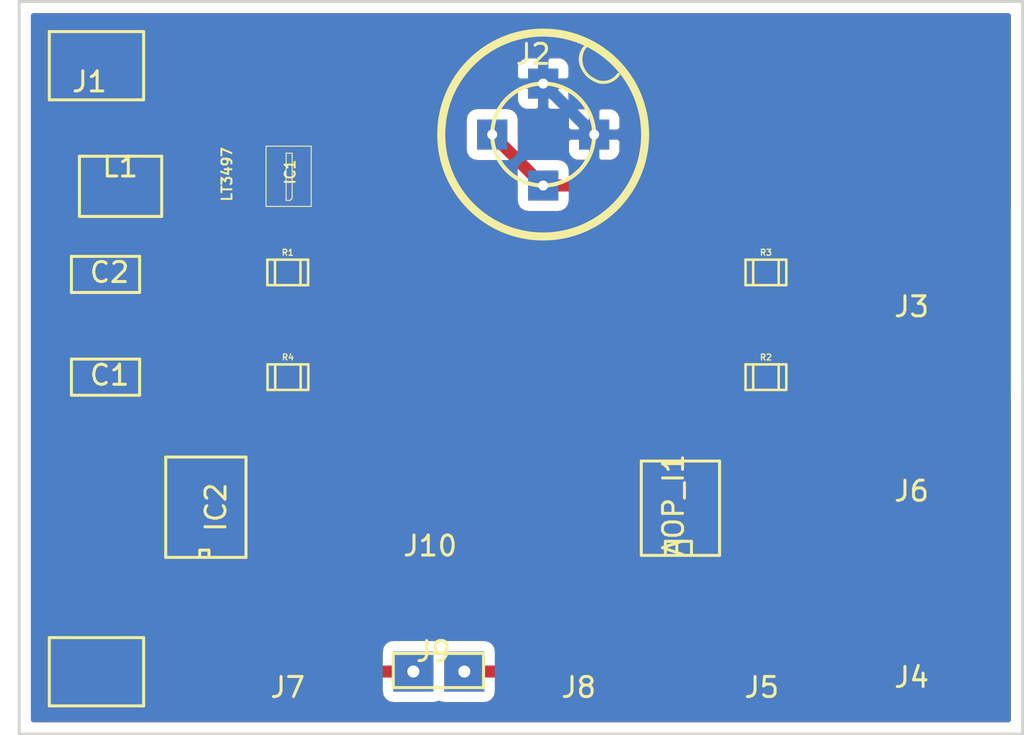
<source format=kicad_pcb>
(kicad_pcb (version 4) (host pcbnew 4.0.6)

  (general
    (links 35)
    (no_connects 0)
    (area 50.966667 52.424999 102.075001 89.075001)
    (thickness 1.6)
    (drawings 17)
    (tracks 87)
    (zones 0)
    (modules 20)
    (nets 21)
  )

  (page A4)
  (layers
    (0 F.Cu signal)
    (31 B.Cu signal)
    (32 B.Adhes user)
    (33 F.Adhes user)
    (34 B.Paste user)
    (35 F.Paste user)
    (36 B.SilkS user)
    (37 F.SilkS user)
    (38 B.Mask user)
    (39 F.Mask user)
    (40 Dwgs.User user)
    (41 Cmts.User user)
    (42 Eco1.User user)
    (43 Eco2.User user)
    (44 Edge.Cuts user)
    (45 Margin user)
    (46 B.CrtYd user)
    (47 F.CrtYd user)
    (48 B.Fab user)
    (49 F.Fab user)
  )

  (setup
    (last_trace_width 0.3)
    (trace_clearance 0.2)
    (zone_clearance 0.508)
    (zone_45_only no)
    (trace_min 0.2)
    (segment_width 0.2)
    (edge_width 0.15)
    (via_size 0.6)
    (via_drill 0.4)
    (via_min_size 0.4)
    (via_min_drill 0.3)
    (uvia_size 0.3)
    (uvia_drill 0.1)
    (uvias_allowed no)
    (uvia_min_size 0.2)
    (uvia_min_drill 0.1)
    (pcb_text_width 0.3)
    (pcb_text_size 1.5 1.5)
    (mod_edge_width 0.15)
    (mod_text_size 1 1)
    (mod_text_width 0.15)
    (pad_size 1.524 1.524)
    (pad_drill 0.762)
    (pad_to_mask_clearance 0.2)
    (aux_axis_origin 0 0)
    (visible_elements 7FFEFFFF)
    (pcbplotparams
      (layerselection 0x00030_80000001)
      (usegerberextensions false)
      (excludeedgelayer true)
      (linewidth 0.100000)
      (plotframeref false)
      (viasonmask false)
      (mode 1)
      (useauxorigin false)
      (hpglpennumber 1)
      (hpglpenspeed 20)
      (hpglpendiameter 15)
      (hpglpenoverlay 2)
      (psnegative false)
      (psa4output false)
      (plotreference true)
      (plotvalue true)
      (plotinvisibletext false)
      (padsonsilk false)
      (subtractmaskfromsilk false)
      (outputformat 1)
      (mirror false)
      (drillshape 0)
      (scaleselection 1)
      (outputdirectory ../PCB/))
  )

  (net 0 "")
  (net 1 "Net-(AOP_I1-Pad1)")
  (net 2 "Net-(AOP_I1-Pad2)")
  (net 3 Vseuil)
  (net 4 GND)
  (net 5 "Net-(AOP_I1-Pad8)")
  (net 6 +32V)
  (net 7 "Net-(AOP_I1-Pad5)")
  (net 8 "Net-(C1-Pad1)")
  (net 9 +5V)
  (net 10 "Net-(IC1-Pad5)")
  (net 11 "Net-(IC1-Pad6)")
  (net 12 "Net-(IC1-Pad7)")
  (net 13 "Net-(IC1-Pad9)")
  (net 14 "Net-(IC2-Pad4)")
  (net 15 "Net-(IC2-Pad3)")
  (net 16 "Net-(IC2-Pad2)")
  (net 17 "Net-(IC2-Pad1)")
  (net 18 "Net-(IC2-Pad5)")
  (net 19 "Net-(IC2-Pad7)")
  (net 20 "Net-(J3-Pad1)")

  (net_class Default "Ceci est la Netclass par défaut"
    (clearance 0.2)
    (trace_width 0.3)
    (via_dia 0.6)
    (via_drill 0.4)
    (uvia_dia 0.3)
    (uvia_drill 0.1)
    (add_net +32V)
    (add_net +5V)
    (add_net GND)
    (add_net "Net-(AOP_I1-Pad1)")
    (add_net "Net-(AOP_I1-Pad2)")
    (add_net "Net-(AOP_I1-Pad5)")
    (add_net "Net-(AOP_I1-Pad8)")
    (add_net "Net-(C1-Pad1)")
    (add_net "Net-(IC1-Pad5)")
    (add_net "Net-(IC1-Pad6)")
    (add_net "Net-(IC1-Pad7)")
    (add_net "Net-(IC1-Pad9)")
    (add_net "Net-(IC2-Pad1)")
    (add_net "Net-(IC2-Pad2)")
    (add_net "Net-(IC2-Pad3)")
    (add_net "Net-(IC2-Pad4)")
    (add_net "Net-(IC2-Pad5)")
    (add_net "Net-(IC2-Pad7)")
    (add_net "Net-(J3-Pad1)")
    (add_net Vseuil)
  )

  (module Lib_RADFET:REF200 locked (layer F.Cu) (tedit 58FD0F13) (tstamp 58FCF216)
    (at 59.3 80.2 90)
    (path /58E35375)
    (fp_text reference IC2 (at 2.5 2.5 270) (layer F.SilkS)
      (effects (font (size 1 1) (thickness 0.15)))
    )
    (fp_text value REF200 (at 2.5 1 90) (layer F.Fab)
      (effects (font (size 1 1) (thickness 0.15)))
    )
    (fp_line (start 0.02 2.16) (end 0.36 2.15) (layer F.SilkS) (width 0.15))
    (fp_line (start 0.36 2.15) (end 0.36 1.7) (layer F.SilkS) (width 0.15))
    (fp_line (start 0.36 1.7) (end 0.01 1.69) (layer F.SilkS) (width 0.15))
    (fp_line (start 5 0) (end 5 4) (layer F.SilkS) (width 0.15))
    (fp_line (start 5 4) (end 0 4) (layer F.SilkS) (width 0.15))
    (fp_line (start 0 4) (end 0 0) (layer F.SilkS) (width 0.15))
    (fp_line (start 0 0) (end 5 0) (layer F.SilkS) (width 0.15))
    (pad 4 smd rect (at 4.405 5 90) (size 0.51 1.1) (layers F.Cu F.Paste F.Mask)
      (net 14 "Net-(IC2-Pad4)"))
    (pad 3 smd rect (at 3.135 5 90) (size 0.51 1.1) (layers F.Cu F.Paste F.Mask)
      (net 15 "Net-(IC2-Pad3)"))
    (pad 2 smd rect (at 1.865 5 90) (size 0.51 1.1) (layers F.Cu F.Paste F.Mask)
      (net 16 "Net-(IC2-Pad2)"))
    (pad 1 smd rect (at 0.595 5 90) (size 0.51 1.1) (layers F.Cu F.Paste F.Mask)
      (net 17 "Net-(IC2-Pad1)"))
    (pad 5 smd rect (at 4.405 -1 90) (size 0.51 1.1) (layers F.Cu F.Paste F.Mask)
      (net 18 "Net-(IC2-Pad5)"))
    (pad 6 smd rect (at 3.135 -1 90) (size 0.51 1.1) (layers F.Cu F.Paste F.Mask)
      (net 4 GND))
    (pad 7 smd rect (at 1.865 -1 90) (size 0.51 1.1) (layers F.Cu F.Paste F.Mask)
      (net 19 "Net-(IC2-Pad7)"))
    (pad 8 smd rect (at 0.595 -1 90) (size 0.51 1.1) (layers F.Cu F.Paste F.Mask)
      (net 6 +32V))
  )

  (module Lib_RADFET:TO5_TF53 (layer F.Cu) (tedit 58FD04C7) (tstamp 58FCF231)
    (at 78.11 59.13)
    (path /58FCEEA7)
    (fp_text reference J2 (at -0.5 -4) (layer F.SilkS)
      (effects (font (size 1 1) (thickness 0.15)))
    )
    (fp_text value CONN_02X02 (at 0 0.5) (layer F.Fab)
      (effects (font (size 1 1) (thickness 0.15)))
    )
    (fp_arc (start 2.75 -3.75) (end 2 -3.25) (angle 90) (layer F.SilkS) (width 0.15))
    (fp_arc (start 3 -3.5) (end 3.75 -3) (angle 90) (layer F.SilkS) (width 0.15))
    (fp_arc (start 3 -3.75) (end 2.5 -2.75) (angle 90) (layer F.SilkS) (width 0.15))
    (fp_circle (center 0 0) (end -5.08 0) (layer F.SilkS) (width 0.4))
    (fp_circle (center 0 0) (end -2.54 0) (layer F.SilkS) (width 0.2))
    (pad 1 thru_hole rect (at -2.54 0) (size 1.5 1.5) (drill 0.5) (layers *.Cu *.Mask)
      (net 3 Vseuil))
    (pad 2 thru_hole rect (at 0 2.54) (size 1.5 1.5) (drill 0.5) (layers *.Cu *.Mask)
      (net 3 Vseuil))
    (pad 3 thru_hole rect (at 2.54 0) (size 1.5 1.5) (drill 0.5) (layers *.Cu *.Mask)
      (net 4 GND))
    (pad 4 thru_hole rect (at 0 -2.54) (size 1.5 1.5) (drill 0.5) (layers *.Cu *.Mask)
      (net 4 GND))
  )

  (module Lib_RADFET:S8 locked (layer F.Cu) (tedit 58FD130F) (tstamp 58FCF1D6)
    (at 87.6 79.6 90)
    (path /58FD2FB6)
    (fp_text reference AOP_I1 (at 2 -3 90) (layer F.SilkS)
      (effects (font (size 1 1) (thickness 0.15)))
    )
    (fp_text value LT1677 (at 2 -4 90) (layer F.Fab)
      (effects (font (size 1 1) (thickness 0.15)))
    )
    (fp_line (start -0.5 -3.4) (end 0.2 -3.4) (layer F.SilkS) (width 0.15))
    (fp_line (start 0.2 -3.4) (end 0.2 -2.1) (layer F.SilkS) (width 0.15))
    (fp_line (start 0.2 -2.1) (end -0.5 -2.1) (layer F.SilkS) (width 0.15))
    (fp_line (start -0.5 -0.7) (end 4.2 -0.7) (layer F.SilkS) (width 0.15))
    (fp_line (start 4.2 -0.7) (end 4.2 -4.6) (layer F.SilkS) (width 0.15))
    (fp_line (start 4.2 -4.6) (end -0.5 -4.6) (layer F.SilkS) (width 0.15))
    (fp_line (start -0.5 -4.6) (end -0.5 -0.7) (layer F.SilkS) (width 0.15))
    (pad 1 smd rect (at 0 0 90) (size 0.76 1.14) (layers F.Cu F.Paste F.Mask)
      (net 1 "Net-(AOP_I1-Pad1)"))
    (pad 2 smd rect (at 1.27 0 90) (size 0.76 1.14) (layers F.Cu F.Paste F.Mask)
      (net 2 "Net-(AOP_I1-Pad2)"))
    (pad 3 smd rect (at 2.54 0 90) (size 0.76 1.14) (layers F.Cu F.Paste F.Mask)
      (net 3 Vseuil))
    (pad 4 smd rect (at 3.81 0 90) (size 0.76 1.14) (layers F.Cu F.Paste F.Mask)
      (net 4 GND))
    (pad 8 smd rect (at 0 -5.21 90) (size 0.76 1.14) (layers F.Cu F.Paste F.Mask)
      (net 5 "Net-(AOP_I1-Pad8)"))
    (pad 7 smd rect (at 1.27 -5.21 90) (size 0.76 1.14) (layers F.Cu F.Paste F.Mask)
      (net 6 +32V))
    (pad 6 smd rect (at 2.54 -5.21 90) (size 0.76 1.14) (layers F.Cu F.Paste F.Mask)
      (net 2 "Net-(AOP_I1-Pad2)"))
    (pad 5 smd rect (at 3.81 -5.21 90) (size 0.76 1.14) (layers F.Cu F.Paste F.Mask)
      (net 7 "Net-(AOP_I1-Pad5)"))
  )

  (module Lib_RADFET:Capa_1µF_1206 locked (layer F.Cu) (tedit 58FD05B1) (tstamp 58FCF1E0)
    (at 58 72.12 180)
    (path /58E35E6D)
    (fp_text reference C1 (at 1.5 1 180) (layer F.SilkS)
      (effects (font (size 1 1) (thickness 0.15)))
    )
    (fp_text value "1 uF" (at 2 1 180) (layer F.Fab)
      (effects (font (size 1 1) (thickness 0.15)))
    )
    (fp_line (start 0 0) (end 3.4 0) (layer F.SilkS) (width 0.15))
    (fp_line (start 3.4 0) (end 3.4 1.8) (layer F.SilkS) (width 0.15))
    (fp_line (start 3.4 1.8) (end 0 1.8) (layer F.SilkS) (width 0.15))
    (fp_line (start 0 1.8) (end 0 0) (layer F.SilkS) (width 0.15))
    (pad 2 smd rect (at 3 0.9 180) (size 0.75 1.8) (layers F.Cu F.Paste F.Mask)
      (net 4 GND))
    (pad 1 smd rect (at 0.4 0.9 180) (size 0.75 1.8) (layers F.Cu F.Paste F.Mask)
      (net 8 "Net-(C1-Pad1)"))
  )

  (module Lib_RADFET:Capa_1µF_1206 locked (layer F.Cu) (tedit 58FD1949) (tstamp 58FCF1EA)
    (at 58 67 180)
    (path /58FCD1B6)
    (fp_text reference C2 (at 1.5 1 180) (layer F.SilkS)
      (effects (font (size 1 1) (thickness 0.15)))
    )
    (fp_text value "1 uF" (at 1.5 2.5 180) (layer F.Fab)
      (effects (font (size 1 1) (thickness 0.15)))
    )
    (fp_line (start 0 0) (end 3.4 0) (layer F.SilkS) (width 0.15))
    (fp_line (start 3.4 0) (end 3.4 1.8) (layer F.SilkS) (width 0.15))
    (fp_line (start 3.4 1.8) (end 0 1.8) (layer F.SilkS) (width 0.15))
    (fp_line (start 0 1.8) (end 0 0) (layer F.SilkS) (width 0.15))
    (pad 2 smd rect (at 3 0.9 180) (size 0.75 1.8) (layers F.Cu F.Paste F.Mask)
      (net 4 GND))
    (pad 1 smd rect (at 0.4 0.9 180) (size 0.75 1.8) (layers F.Cu F.Paste F.Mask)
      (net 9 +5V))
  )

  (module Lib_RADFET:LT3497 locked (layer F.Cu) (tedit 58FD20F3) (tstamp 58FCF203)
    (at 66.35 62.21 90)
    (path /58E3530C)
    (fp_text reference IC1 (at 1.21 -0.85 90) (layer F.SilkS)
      (effects (font (size 0.5 0.5) (thickness 0.1)))
    )
    (fp_text value LT3497 (at 1.1 -4 90) (layer F.SilkS)
      (effects (font (size 0.5 0.5) (thickness 0.1)))
    )
    (fp_line (start -0.5 -2.05) (end -0.5 -1.8) (layer F.SilkS) (width 0.05))
    (fp_line (start 2.5 -2.05) (end 2.5 -1.8) (layer F.SilkS) (width 0.05))
    (fp_line (start -0.2 -1.05) (end -0.2 -0.85) (layer F.SilkS) (width 0.05))
    (fp_line (start -0.2 -0.85) (end -0.1 -0.75) (layer F.SilkS) (width 0.05))
    (fp_line (start -0.1 -0.75) (end 2.15 -0.75) (layer F.SilkS) (width 0.05))
    (fp_line (start 2.15 -0.75) (end 2.15 -1.05) (layer F.SilkS) (width 0.05))
    (fp_line (start 2.15 -1.05) (end -0.2 -1.05) (layer F.SilkS) (width 0.05))
    (fp_line (start 2.5 0.2) (end 2.5 -1.8) (layer F.SilkS) (width 0.05))
    (fp_line (start 2.5 -2.05) (end -0.5 -2.05) (layer F.SilkS) (width 0.05))
    (fp_line (start -0.5 -1.8) (end -0.5 0.2) (layer F.SilkS) (width 0.05))
    (fp_line (start -0.5 0.2) (end 2.5 0.2) (layer F.SilkS) (width 0.05))
    (pad 1 smd rect (at 0 0 90) (size 0.25 0.7) (layers F.Cu F.Paste F.Mask)
      (net 6 +32V))
    (pad 2 smd rect (at 0.5 0 90) (size 0.25 0.7) (layers F.Cu F.Paste F.Mask)
      (net 9 +5V))
    (pad 3 smd rect (at 1 0 90) (size 0.25 0.7) (layers F.Cu F.Paste F.Mask)
      (net 4 GND))
    (pad 4 smd rect (at 1.5 0 90) (size 0.25 0.7) (layers F.Cu F.Paste F.Mask)
      (net 4 GND))
    (pad 5 smd rect (at 2 0 90) (size 0.25 0.7) (layers F.Cu F.Paste F.Mask)
      (net 10 "Net-(IC1-Pad5)"))
    (pad 6 smd rect (at 2 -1.85 90) (size 0.25 0.7) (layers F.Cu F.Paste F.Mask)
      (net 11 "Net-(IC1-Pad6)"))
    (pad 7 smd rect (at 1.5 -1.85 90) (size 0.25 0.7) (layers F.Cu F.Paste F.Mask)
      (net 12 "Net-(IC1-Pad7)"))
    (pad 8 smd rect (at 1 -1.85 90) (size 0.25 0.7) (layers F.Cu F.Paste F.Mask)
      (net 9 +5V))
    (pad 9 smd rect (at 0.5 -1.85 90) (size 0.25 0.7) (layers F.Cu F.Paste F.Mask)
      (net 13 "Net-(IC1-Pad9)"))
    (pad 10 smd rect (at 0 -1.85 90) (size 0.25 0.7) (layers F.Cu F.Paste F.Mask)
      (net 8 "Net-(C1-Pad1)"))
  )

  (module Lib_RADFET:Bornier_Alim locked (layer F.Cu) (tedit 58FD03D3) (tstamp 58FCF224)
    (at 53.5 54)
    (path /58E3541B)
    (fp_text reference J1 (at 2 2.5) (layer F.SilkS)
      (effects (font (size 1 1) (thickness 0.15)))
    )
    (fp_text value CONN_02X01 (at 2.5 1) (layer F.Fab)
      (effects (font (size 1 1) (thickness 0.15)))
    )
    (fp_line (start 0 30.2) (end 4.7 30.2) (layer F.SilkS) (width 0.15))
    (fp_line (start 4.7 30.2) (end 4.7 33.6) (layer F.SilkS) (width 0.15))
    (fp_line (start 4.7 33.6) (end 0 33.6) (layer F.SilkS) (width 0.15))
    (fp_line (start 0 33.6) (end 0 30.2) (layer F.SilkS) (width 0.15))
    (fp_line (start 0 0) (end 0 3.4) (layer F.SilkS) (width 0.15))
    (fp_line (start 0 3.4) (end 4.7 3.4) (layer F.SilkS) (width 0.15))
    (fp_line (start 4.7 3.4) (end 4.7 0) (layer F.SilkS) (width 0.15))
    (fp_line (start 4.7 0) (end 0 0) (layer F.SilkS) (width 0.15))
    (pad 1 smd rect (at 2.35 1.7) (size 4.7 3.4) (layers F.Cu F.Paste F.Mask)
      (net 9 +5V))
    (pad 2 smd rect (at 2.35 31.89) (size 4.7 3.4) (layers F.Cu F.Paste F.Mask)
      (net 4 GND))
  )

  (module Lib_RADFET:Pt_de_test_5016 locked (layer F.Cu) (tedit 58FD0288) (tstamp 58FCF236)
    (at 93.97 65.21)
    (path /58E4FDC3)
    (fp_text reference J3 (at 2.5 2.5) (layer F.SilkS)
      (effects (font (size 1 1) (thickness 0.15)))
    )
    (fp_text value CONN_01X01 (at 2 0.5) (layer F.Fab)
      (effects (font (size 1 1) (thickness 0.15)))
    )
    (pad 1 smd rect (at 2.35 1.7) (size 4.7 3.4) (layers F.Cu F.Paste F.Mask)
      (net 20 "Net-(J3-Pad1)"))
  )

  (module Lib_RADFET:Pt_de_test_5016 locked (layer F.Cu) (tedit 58FD0392) (tstamp 58FCF23B)
    (at 93.97 84.18)
    (path /58E508E7)
    (fp_text reference J4 (at 2.5 2) (layer F.SilkS)
      (effects (font (size 1 1) (thickness 0.15)))
    )
    (fp_text value CONN_01X01 (at 2 0.5) (layer F.Fab)
      (effects (font (size 1 1) (thickness 0.15)))
    )
    (pad 1 smd rect (at 2.35 1.7) (size 4.7 3.4) (layers F.Cu F.Paste F.Mask)
      (net 4 GND))
  )

  (module Lib_RADFET:Pt_de_test_5016 locked (layer F.Cu) (tedit 58FD0390) (tstamp 58FCF240)
    (at 87 84.18)
    (path /58E50A7B)
    (fp_text reference J5 (at 2 2.5) (layer F.SilkS)
      (effects (font (size 1 1) (thickness 0.15)))
    )
    (fp_text value CONN_01X01 (at 3 0.5) (layer F.Fab)
      (effects (font (size 1 1) (thickness 0.15)))
    )
    (pad 1 smd rect (at 2.35 1.7) (size 4.7 3.4) (layers F.Cu F.Paste F.Mask)
      (net 4 GND))
  )

  (module Lib_RADFET:Pt_de_test_5016 (layer F.Cu) (tedit 58FD0310) (tstamp 58FCF245)
    (at 93.97 74.4)
    (path /58E510E3)
    (fp_text reference J6 (at 2.5 2.5) (layer F.SilkS)
      (effects (font (size 1 1) (thickness 0.15)))
    )
    (fp_text value CONN_01X01 (at 2.5 0.5) (layer F.Fab)
      (effects (font (size 1 1) (thickness 0.15)))
    )
    (pad 1 smd rect (at 2.35 1.7) (size 4.7 3.4) (layers F.Cu F.Paste F.Mask)
      (net 3 Vseuil))
  )

  (module Lib_RADFET:Pt_de_test_5016 locked (layer F.Cu) (tedit 58FD0258) (tstamp 58FCF24A)
    (at 62.88 84.18)
    (path /58E51D84)
    (fp_text reference J7 (at 2.5 2.5) (layer F.SilkS)
      (effects (font (size 1 1) (thickness 0.15)))
    )
    (fp_text value CONN_01X01 (at 2.5 1) (layer F.Fab)
      (effects (font (size 1 1) (thickness 0.15)))
    )
    (pad 1 smd rect (at 2.35 1.7) (size 4.7 3.4) (layers F.Cu F.Paste F.Mask)
      (net 17 "Net-(IC2-Pad1)"))
  )

  (module Lib_RADFET:Pt_de_test_5016 locked (layer F.Cu) (tedit 58FD025B) (tstamp 58FCF24F)
    (at 77.88 84.18)
    (path /58E51EC2)
    (fp_text reference J8 (at 2 2.5) (layer F.SilkS)
      (effects (font (size 1 1) (thickness 0.15)))
    )
    (fp_text value CONN_01X01 (at 2.5 0.5) (layer F.Fab)
      (effects (font (size 1 1) (thickness 0.15)))
    )
    (pad 1 smd rect (at 2.35 1.7) (size 4.7 3.4) (layers F.Cu F.Paste F.Mask)
      (net 3 Vseuil))
  )

  (module Lib_RADFET:Bornier_2.54mm locked (layer F.Cu) (tedit 58FD04CC) (tstamp 58FCF259)
    (at 71.64 85.89)
    (path /58E51C07)
    (fp_text reference J9 (at 1 -1) (layer F.SilkS)
      (effects (font (size 1 1) (thickness 0.15)))
    )
    (fp_text value CONN_02X01 (at 1.5 0.5) (layer F.Fab)
      (effects (font (size 1 1) (thickness 0.15)))
    )
    (fp_line (start -1 -0.9) (end -1 0.8) (layer F.SilkS) (width 0.15))
    (fp_line (start -1 0.8) (end 3.5 0.8) (layer F.SilkS) (width 0.15))
    (fp_line (start 3.5 0.8) (end 3.5 -0.9) (layer F.SilkS) (width 0.15))
    (fp_line (start 3.5 -0.9) (end -1 -0.9) (layer F.SilkS) (width 0.15))
    (pad 1 thru_hole rect (at 0 0) (size 2 2) (drill 0.6) (layers *.Cu *.Mask)
      (net 17 "Net-(IC2-Pad1)"))
    (pad 2 thru_hole rect (at 2.54 0) (size 2 2) (drill 0.6) (layers *.Cu *.Mask)
      (net 3 Vseuil))
  )

  (module Lib_RADFET:Pt_de_test_5016 (layer F.Cu) (tedit 58FD030D) (tstamp 58FCF25E)
    (at 70.48 76.63)
    (path /58E54DA6)
    (fp_text reference J10 (at 2 3) (layer F.SilkS)
      (effects (font (size 1 1) (thickness 0.15)))
    )
    (fp_text value CONN_01X01 (at 2.5 1) (layer F.Fab)
      (effects (font (size 1 1) (thickness 0.15)))
    )
    (pad 1 smd rect (at 2.35 1.7) (size 4.7 3.4) (layers F.Cu F.Paste F.Mask)
      (net 6 +32V))
  )

  (module Lib_RADFET:SRR6603_Series (layer F.Cu) (tedit 58FD048A) (tstamp 58FCF26D)
    (at 59.1 63.21 180)
    (path /58E35A8A)
    (fp_text reference L1 (at 2.07 2.47 180) (layer F.SilkS)
      (effects (font (size 1 1) (thickness 0.15)))
    )
    (fp_text value "15 uH" (at 2 0.5 180) (layer F.Fab)
      (effects (font (size 1 1) (thickness 0.15)))
    )
    (fp_line (start 0 0) (end 4.1 0) (layer F.SilkS) (width 0.15))
    (fp_line (start 4.1 0) (end 4.1 0.32) (layer F.SilkS) (width 0.15))
    (fp_line (start 4.1 0.32) (end 4.1 0.86) (layer F.SilkS) (width 0.15))
    (fp_line (start 4.1 0.86) (end 4.1 1.39) (layer F.SilkS) (width 0.15))
    (fp_line (start 4.1 1.39) (end 4.1 1.99) (layer F.SilkS) (width 0.15))
    (fp_line (start 4.1 1.99) (end 4.1 2.9) (layer F.SilkS) (width 0.15))
    (fp_line (start 4.1 2.9) (end 4.1 3) (layer F.SilkS) (width 0.15))
    (fp_line (start 4.1 3) (end 0 3) (layer F.SilkS) (width 0.15))
    (fp_line (start 0 3) (end 0 0) (layer F.SilkS) (width 0.15))
    (pad 2 smd rect (at 4.9 1.5 180) (size 1.45 3) (layers F.Cu F.Paste F.Mask)
      (net 9 +5V))
    (pad 1 smd rect (at -0.8 1.5 180) (size 1.45 3) (layers F.Cu F.Paste F.Mask)
      (net 13 "Net-(IC1-Pad9)"))
  )

  (module Lib_RADFET:r_0805 locked (layer F.Cu) (tedit 0) (tstamp 58FCF279)
    (at 65.38 66)
    (descr "SMT resistor, 0805")
    (path /58E35D03)
    (fp_text reference R1 (at 0 -0.9906) (layer F.SilkS)
      (effects (font (size 0.29972 0.29972) (thickness 0.06096)))
    )
    (fp_text value 10 (at 0 0.9906) (layer F.SilkS) hide
      (effects (font (size 0.29972 0.29972) (thickness 0.06096)))
    )
    (fp_line (start 0.635 -0.635) (end 0.635 0.635) (layer F.SilkS) (width 0.127))
    (fp_line (start -0.635 -0.635) (end -0.635 0.6096) (layer F.SilkS) (width 0.127))
    (fp_line (start -1.016 -0.635) (end 1.016 -0.635) (layer F.SilkS) (width 0.127))
    (fp_line (start 1.016 -0.635) (end 1.016 0.635) (layer F.SilkS) (width 0.127))
    (fp_line (start 1.016 0.635) (end -1.016 0.635) (layer F.SilkS) (width 0.127))
    (fp_line (start -1.016 0.635) (end -1.016 -0.635) (layer F.SilkS) (width 0.127))
    (pad 1 smd rect (at 0.9525 0) (size 1.30048 1.4986) (layers F.Cu F.Paste F.Mask)
      (net 6 +32V))
    (pad 2 smd rect (at -0.9525 0) (size 1.30048 1.4986) (layers F.Cu F.Paste F.Mask)
      (net 8 "Net-(C1-Pad1)"))
    (model walter/smd_resistors/r_0805.wrl
      (at (xyz 0 0 0))
      (scale (xyz 1 1 1))
      (rotate (xyz 0 0 0))
    )
  )

  (module Lib_RADFET:r_0805 locked (layer F.Cu) (tedit 0) (tstamp 58FCF285)
    (at 89.21 71.22)
    (descr "SMT resistor, 0805")
    (path /58E38346)
    (fp_text reference R2 (at 0 -0.9906) (layer F.SilkS)
      (effects (font (size 0.29972 0.29972) (thickness 0.06096)))
    )
    (fp_text value 649 (at 0 0.9906) (layer F.SilkS) hide
      (effects (font (size 0.29972 0.29972) (thickness 0.06096)))
    )
    (fp_line (start 0.635 -0.635) (end 0.635 0.635) (layer F.SilkS) (width 0.127))
    (fp_line (start -0.635 -0.635) (end -0.635 0.6096) (layer F.SilkS) (width 0.127))
    (fp_line (start -1.016 -0.635) (end 1.016 -0.635) (layer F.SilkS) (width 0.127))
    (fp_line (start 1.016 -0.635) (end 1.016 0.635) (layer F.SilkS) (width 0.127))
    (fp_line (start 1.016 0.635) (end -1.016 0.635) (layer F.SilkS) (width 0.127))
    (fp_line (start -1.016 0.635) (end -1.016 -0.635) (layer F.SilkS) (width 0.127))
    (pad 1 smd rect (at 0.9525 0) (size 1.30048 1.4986) (layers F.Cu F.Paste F.Mask)
      (net 20 "Net-(J3-Pad1)"))
    (pad 2 smd rect (at -0.9525 0) (size 1.30048 1.4986) (layers F.Cu F.Paste F.Mask)
      (net 2 "Net-(AOP_I1-Pad2)"))
    (model walter/smd_resistors/r_0805.wrl
      (at (xyz 0 0 0))
      (scale (xyz 1 1 1))
      (rotate (xyz 0 0 0))
    )
  )

  (module Lib_RADFET:r_0805 locked (layer F.Cu) (tedit 58FD027C) (tstamp 58FCF291)
    (at 89.21 66)
    (descr "SMT resistor, 0805")
    (path /58E3853F)
    (fp_text reference R3 (at 0 -0.9906) (layer F.SilkS)
      (effects (font (size 0.29972 0.29972) (thickness 0.06096)))
    )
    (fp_text value 100 (at -0.0011 0.9964) (layer F.SilkS) hide
      (effects (font (size 0.29972 0.29972) (thickness 0.06096)))
    )
    (fp_line (start 0.635 -0.635) (end 0.635 0.635) (layer F.SilkS) (width 0.127))
    (fp_line (start -0.635 -0.635) (end -0.635 0.6096) (layer F.SilkS) (width 0.127))
    (fp_line (start -1.016 -0.635) (end 1.016 -0.635) (layer F.SilkS) (width 0.127))
    (fp_line (start 1.016 -0.635) (end 1.016 0.635) (layer F.SilkS) (width 0.127))
    (fp_line (start 1.016 0.635) (end -1.016 0.635) (layer F.SilkS) (width 0.127))
    (fp_line (start -1.016 0.635) (end -1.016 -0.635) (layer F.SilkS) (width 0.127))
    (pad 1 smd rect (at 0.9525 0) (size 1.30048 1.4986) (layers F.Cu F.Paste F.Mask)
      (net 20 "Net-(J3-Pad1)"))
    (pad 2 smd rect (at -0.9525 0) (size 1.30048 1.4986) (layers F.Cu F.Paste F.Mask)
      (net 4 GND))
    (model walter/smd_resistors/r_0805.wrl
      (at (xyz 0 0 0))
      (scale (xyz 1 1 1))
      (rotate (xyz 0 0 0))
    )
  )

  (module Lib_RADFET:r_0805 locked (layer F.Cu) (tedit 0) (tstamp 58FCF29D)
    (at 65.39 71.22)
    (descr "SMT resistor, 0805")
    (path /58FCA9AC)
    (fp_text reference R4 (at 0 -0.9906) (layer F.SilkS)
      (effects (font (size 0.29972 0.29972) (thickness 0.06096)))
    )
    (fp_text value 33k (at 0 0.9906) (layer F.SilkS) hide
      (effects (font (size 0.29972 0.29972) (thickness 0.06096)))
    )
    (fp_line (start 0.635 -0.635) (end 0.635 0.635) (layer F.SilkS) (width 0.127))
    (fp_line (start -0.635 -0.635) (end -0.635 0.6096) (layer F.SilkS) (width 0.127))
    (fp_line (start -1.016 -0.635) (end 1.016 -0.635) (layer F.SilkS) (width 0.127))
    (fp_line (start 1.016 -0.635) (end 1.016 0.635) (layer F.SilkS) (width 0.127))
    (fp_line (start 1.016 0.635) (end -1.016 0.635) (layer F.SilkS) (width 0.127))
    (fp_line (start -1.016 0.635) (end -1.016 -0.635) (layer F.SilkS) (width 0.127))
    (pad 1 smd rect (at 0.9525 0) (size 1.30048 1.4986) (layers F.Cu F.Paste F.Mask)
      (net 6 +32V))
    (pad 2 smd rect (at -0.9525 0) (size 1.30048 1.4986) (layers F.Cu F.Paste F.Mask)
      (net 4 GND))
    (model walter/smd_resistors/r_0805.wrl
      (at (xyz 0 0 0))
      (scale (xyz 1 1 1))
      (rotate (xyz 0 0 0))
    )
  )

  (gr_text "UPS 2016-2017\nM1 EEA ESET" (at 92.8 57.4) (layer F.Cu)
    (effects (font (size 1 1) (thickness 0.15)))
  )
  (gr_text "Mesure de radiation\nTEAM RADFET" (at 78.24 69.42) (layer F.Cu)
    (effects (font (size 1.2 1.2) (thickness 0.15)))
  )
  (gr_text RADFET (at 78.36 65.41) (layer F.Cu)
    (effects (font (size 1 1) (thickness 0.15)))
  )
  (gr_text I_Source (at 72.88 83.18) (layer F.Cu)
    (effects (font (size 1 1) (thickness 0.15)))
  )
  (gr_text +5V (at 60.1 55.6) (layer F.Cu)
    (effects (font (size 1 1) (thickness 0.15)))
  )
  (gr_text I- (at 80.38 83.18) (layer F.Cu)
    (effects (font (size 1 1) (thickness 0.15)))
  )
  (gr_text I+ (at 65.38 83.18) (layer F.Cu)
    (effects (font (size 1 1) (thickness 0.15)))
  )
  (gr_text GND (at 56.8 83.2) (layer F.Cu)
    (effects (font (size 1 1) (thickness 0.15)))
  )
  (gr_text GND (at 89.32 83.18) (layer F.Cu)
    (effects (font (size 1 1) (thickness 0.15)))
  )
  (gr_text GND (at 96.33 83.2) (layer F.Cu)
    (effects (font (size 1 1) (thickness 0.15)))
  )
  (gr_text V_DC/DC (at 72.86 81.06) (layer F.Cu)
    (effects (font (size 1 1) (thickness 0.15)))
  )
  (gr_text V_seuil (at 96.67 79.1) (layer F.Cu)
    (effects (font (size 1 1) (thickness 0.15)))
  )
  (gr_text V_sortie (at 96.02 69.89) (layer F.Cu)
    (effects (font (size 1 1) (thickness 0.15)))
  )
  (gr_line (start 52 52.5) (end 102 52.5) (angle 90) (layer Edge.Cuts) (width 0.15))
  (gr_line (start 52 89) (end 102 89) (angle 90) (layer Edge.Cuts) (width 0.15))
  (gr_line (start 102 89) (end 102 52.5) (angle 90) (layer Edge.Cuts) (width 0.15))
  (gr_line (start 52 89) (end 52 52.5) (angle 90) (layer Edge.Cuts) (width 0.15))

  (segment (start 84.4 77.06) (end 84.4 77) (width 0.6) (layer F.Cu) (net 2))
  (segment (start 88.2575 73.1425) (end 88.2575 71.22) (width 0.6) (layer F.Cu) (net 2) (tstamp 58FD2BEC))
  (segment (start 84.4 77) (end 88.2575 73.1425) (width 0.6) (layer F.Cu) (net 2) (tstamp 58FD2BEB))
  (segment (start 82.39 77.06) (end 84.4 77.06) (width 0.6) (layer F.Cu) (net 2))
  (segment (start 84.4 77.06) (end 84.55 77.06) (width 0.6) (layer F.Cu) (net 2) (tstamp 58FD2BE9))
  (segment (start 85.82 78.33) (end 87.6 78.33) (width 0.6) (layer F.Cu) (net 2) (tstamp 58FD2620))
  (segment (start 84.55 77.06) (end 85.82 78.33) (width 0.6) (layer F.Cu) (net 2) (tstamp 58FD261E))
  (segment (start 78.11 61.67) (end 98.96 61.67) (width 0.6) (layer F.Cu) (net 3))
  (segment (start 100.44 71.98) (end 96.32 76.1) (width 0.6) (layer F.Cu) (net 3) (tstamp 58FD3106))
  (segment (start 100.44 63.15) (end 100.44 71.98) (width 0.6) (layer F.Cu) (net 3) (tstamp 58FD3103))
  (segment (start 98.96 61.67) (end 100.44 63.15) (width 0.6) (layer F.Cu) (net 3) (tstamp 58FD3100))
  (segment (start 87.6 77.06) (end 95.36 77.06) (width 0.6) (layer F.Cu) (net 3))
  (segment (start 95.36 77.06) (end 96.32 76.1) (width 0.6) (layer F.Cu) (net 3) (tstamp 58FD3050))
  (segment (start 74.18 85.89) (end 80.22 85.89) (width 0.6) (layer F.Cu) (net 3))
  (segment (start 80.22 85.89) (end 80.23 85.88) (width 0.6) (layer F.Cu) (net 3) (tstamp 58FD2CF0))
  (segment (start 95.36 77.06) (end 96.32 76.1) (width 0.6) (layer F.Cu) (net 3) (tstamp 58FD2BAD))
  (segment (start 75.57 59.13) (end 78.11 61.67) (width 0.6) (layer F.Cu) (net 3))
  (segment (start 80.23 85.88) (end 83.72 85.88) (width 0.6) (layer F.Cu) (net 3))
  (segment (start 88.56 77.06) (end 87.6 77.06) (width 0.6) (layer F.Cu) (net 3) (tstamp 58FD264A))
  (segment (start 89.4 77.9) (end 88.56 77.06) (width 0.6) (layer F.Cu) (net 3) (tstamp 58FD2648))
  (segment (start 89.4 80.2) (end 89.4 77.9) (width 0.6) (layer F.Cu) (net 3) (tstamp 58FD263D))
  (segment (start 83.72 85.88) (end 89.4 80.2) (width 0.6) (layer F.Cu) (net 3) (tstamp 58FD263C))
  (segment (start 95.36 77.06) (end 96.32 76.1) (width 0.6) (layer F.Cu) (net 3) (tstamp 58FD2632))
  (segment (start 80.22 85.89) (end 80.23 85.88) (width 0.6) (layer F.Cu) (net 3) (tstamp 58FD2141))
  (segment (start 80.65 59.13) (end 80.65 59.1925) (width 0.6) (layer F.Cu) (net 4))
  (segment (start 87.6 75.79) (end 89.48 75.79) (width 0.6) (layer F.Cu) (net 4))
  (segment (start 88.2575 64.4825) (end 88.2575 66) (width 0.6) (layer F.Cu) (net 4) (tstamp 58FD3064))
  (segment (start 89.53 63.21) (end 88.2575 64.4825) (width 0.6) (layer F.Cu) (net 4) (tstamp 58FD3061))
  (segment (start 98.68 63.21) (end 89.53 63.21) (width 0.6) (layer F.Cu) (net 4) (tstamp 58FD305E))
  (segment (start 99.48 64.01) (end 98.68 63.21) (width 0.6) (layer F.Cu) (net 4) (tstamp 58FD305C))
  (segment (start 99.48 71.17) (end 99.48 64.01) (width 0.6) (layer F.Cu) (net 4) (tstamp 58FD305A))
  (segment (start 98.62 72.03) (end 99.48 71.17) (width 0.6) (layer F.Cu) (net 4) (tstamp 58FD3059))
  (segment (start 93.24 72.03) (end 98.62 72.03) (width 0.6) (layer F.Cu) (net 4) (tstamp 58FD3057))
  (segment (start 89.48 75.79) (end 93.24 72.03) (width 0.6) (layer F.Cu) (net 4) (tstamp 58FD3055))
  (segment (start 66.35 60.96) (end 67.81 60.96) (width 0.4) (layer F.Cu) (net 4))
  (segment (start 66.35 60.71) (end 66.35 60.96) (width 0.2) (layer F.Cu) (net 4))
  (segment (start 66.35 60.96) (end 66.35 61.21) (width 0.2) (layer F.Cu) (net 4) (tstamp 58FD2EB9))
  (segment (start 78.11 56.59) (end 80.65 59.13) (width 0.6) (layer B.Cu) (net 4))
  (segment (start 55 85.04) (end 55.85 85.89) (width 0.5) (layer F.Cu) (net 4) (tstamp 58FD2A31))
  (segment (start 66.35 62.21) (end 66.35 65.9825) (width 0.3) (layer F.Cu) (net 6))
  (segment (start 66.35 65.9825) (end 66.3325 66) (width 0.2) (layer F.Cu) (net 6) (tstamp 58FD2703))
  (segment (start 58.3 79.605) (end 56.905 79.605) (width 0.6) (layer F.Cu) (net 6))
  (segment (start 66.3425 72.4575) (end 66.3425 71.22) (width 0.6) (layer F.Cu) (net 6) (tstamp 58FD2680))
  (segment (start 64.9 73.9) (end 66.3425 72.4575) (width 0.6) (layer F.Cu) (net 6) (tstamp 58FD267E))
  (segment (start 63.8 73.9) (end 64.9 73.9) (width 0.6) (layer F.Cu) (net 6) (tstamp 58FD267D))
  (segment (start 58.1 73.9) (end 63.8 73.9) (width 0.6) (layer F.Cu) (net 6) (tstamp 58FD267B))
  (segment (start 56.4 75.6) (end 58.1 73.9) (width 0.6) (layer F.Cu) (net 6) (tstamp 58FD267A))
  (segment (start 56.4 79.1) (end 56.4 75.6) (width 0.6) (layer F.Cu) (net 6) (tstamp 58FD2679))
  (segment (start 56.905 79.605) (end 56.4 79.1) (width 0.6) (layer F.Cu) (net 6) (tstamp 58FD2678))
  (segment (start 66.3425 71.22) (end 66.3425 71.8425) (width 0.6) (layer F.Cu) (net 6))
  (segment (start 66.3425 71.8425) (end 72.83 78.33) (width 0.6) (layer F.Cu) (net 6) (tstamp 58FD265B))
  (segment (start 72.83 78.33) (end 82.39 78.33) (width 0.6) (layer F.Cu) (net 6))
  (segment (start 66.3325 66) (end 66.3325 71.21) (width 0.6) (layer F.Cu) (net 6))
  (segment (start 66.3325 71.21) (end 66.3425 71.22) (width 0.6) (layer F.Cu) (net 6) (tstamp 58FD210B))
  (segment (start 64.5 62.21) (end 64.5 65.9275) (width 0.3) (layer F.Cu) (net 8))
  (segment (start 64.5 65.9275) (end 64.4275 66) (width 0.2) (layer F.Cu) (net 8) (tstamp 58FD270A))
  (segment (start 57.6 71.22) (end 59.28 71.22) (width 0.6) (layer F.Cu) (net 8))
  (segment (start 59.28 71.22) (end 64.4275 66.0725) (width 0.6) (layer F.Cu) (net 8) (tstamp 58FD211E))
  (segment (start 64.4275 66.0725) (end 64.4275 66) (width 0.6) (layer F.Cu) (net 8) (tstamp 58FD2121))
  (segment (start 64.5 61.21) (end 65.18 61.21) (width 0.2) (layer F.Cu) (net 9))
  (segment (start 65.68 61.71) (end 66.35 61.71) (width 0.2) (layer F.Cu) (net 9) (tstamp 58FD2FB6))
  (segment (start 65.18 61.21) (end 65.68 61.71) (width 0.2) (layer F.Cu) (net 9) (tstamp 58FD2FB5))
  (segment (start 55.85 55.7) (end 55.85 58.74) (width 0.3) (layer F.Cu) (net 9))
  (segment (start 63.609998 61.209998) (end 64.5 61.209998) (width 0.3) (layer F.Cu) (net 9) (tstamp 58FD2F30))
  (segment (start 61.65 59.25) (end 63.609998 61.209998) (width 0.3) (layer F.Cu) (net 9) (tstamp 58FD2F2F))
  (segment (start 56.36 59.25) (end 61.65 59.25) (width 0.3) (layer F.Cu) (net 9) (tstamp 58FD2F2E))
  (segment (start 55.85 58.74) (end 56.36 59.25) (width 0.3) (layer F.Cu) (net 9) (tstamp 58FD2F2D))
  (segment (start 64.5 61.209998) (end 64.5 61.21) (width 0.3) (layer F.Cu) (net 9) (tstamp 58FD2F34))
  (segment (start 55.85 55.7) (end 55.85 60.06) (width 0.6) (layer F.Cu) (net 9))
  (segment (start 55.85 60.06) (end 54.2 61.71) (width 0.6) (layer F.Cu) (net 9) (tstamp 58FD28D7))
  (segment (start 55.85 55.7) (end 55.7 55.7) (width 0.6) (layer F.Cu) (net 9))
  (segment (start 57.6 66.1) (end 57.6 65.11) (width 0.6) (layer F.Cu) (net 9))
  (segment (start 57.6 65.11) (end 54.2 61.71) (width 0.6) (layer F.Cu) (net 9) (tstamp 58FD2824))
  (segment (start 59.9 61.71) (end 64.5 61.71) (width 0.3) (layer F.Cu) (net 13))
  (segment (start 71.64 85.89) (end 65.24 85.89) (width 0.6) (layer F.Cu) (net 17))
  (segment (start 65.24 85.89) (end 65.23 85.88) (width 0.6) (layer F.Cu) (net 17) (tstamp 58FD2CE9))
  (segment (start 64.3 79.605) (end 64.3 81.2) (width 0.6) (layer F.Cu) (net 17))
  (segment (start 63.4 84.05) (end 65.23 85.88) (width 0.6) (layer F.Cu) (net 17) (tstamp 58FD266A))
  (segment (start 63.4 82.1) (end 63.4 84.05) (width 0.6) (layer F.Cu) (net 17) (tstamp 58FD2669))
  (segment (start 64.3 81.2) (end 63.4 82.1) (width 0.6) (layer F.Cu) (net 17) (tstamp 58FD2668))
  (segment (start 65.24 85.89) (end 65.23 85.88) (width 0.6) (layer F.Cu) (net 17) (tstamp 58FD213E))
  (segment (start 90.1625 66) (end 95.41 66) (width 0.6) (layer F.Cu) (net 20))
  (segment (start 95.41 66) (end 96.32 66.91) (width 0.6) (layer F.Cu) (net 20) (tstamp 58FD306D))
  (segment (start 95.41 66) (end 96.32 66.91) (width 0.6) (layer F.Cu) (net 20) (tstamp 58FD2BCA))
  (segment (start 90.1625 71.22) (end 90.1625 66) (width 0.6) (layer F.Cu) (net 20))
  (segment (start 90.1625 66.02) (end 90.1425 66) (width 0.6) (layer F.Cu) (net 20) (tstamp 58FD2852))
  (segment (start 90.1425 71.2) (end 90.1625 71.22) (width 0.6) (layer F.Cu) (net 20) (tstamp 58FD21BC))

  (zone (net 4) (net_name GND) (layer B.Cu) (tstamp 58FD11C9) (hatch edge 0.508)
    (connect_pads (clearance 0.508))
    (min_thickness 0.254)
    (fill yes (arc_segments 16) (thermal_gap 0.508) (thermal_bridge_width 0.508))
    (polygon
      (pts
        (xy 101.5 88.5) (xy 52.5 88.5) (xy 52.5 53) (xy 101.5 53)
      )
    )
    (filled_polygon
      (pts
        (xy 101.29 88.29) (xy 52.71 88.29) (xy 52.71 84.89) (xy 69.99256 84.89) (xy 69.99256 86.89)
        (xy 70.036838 87.125317) (xy 70.17591 87.341441) (xy 70.38811 87.486431) (xy 70.64 87.53744) (xy 72.64 87.53744)
        (xy 72.875317 87.493162) (xy 72.907578 87.472402) (xy 72.92811 87.486431) (xy 73.18 87.53744) (xy 75.18 87.53744)
        (xy 75.415317 87.493162) (xy 75.631441 87.35409) (xy 75.776431 87.14189) (xy 75.82744 86.89) (xy 75.82744 84.89)
        (xy 75.783162 84.654683) (xy 75.64409 84.438559) (xy 75.43189 84.293569) (xy 75.18 84.24256) (xy 73.18 84.24256)
        (xy 72.944683 84.286838) (xy 72.912422 84.307598) (xy 72.89189 84.293569) (xy 72.64 84.24256) (xy 70.64 84.24256)
        (xy 70.404683 84.286838) (xy 70.188559 84.42591) (xy 70.043569 84.63811) (xy 69.99256 84.89) (xy 52.71 84.89)
        (xy 52.71 60.92) (xy 76.71256 60.92) (xy 76.71256 62.42) (xy 76.756838 62.655317) (xy 76.89591 62.871441)
        (xy 77.10811 63.016431) (xy 77.36 63.06744) (xy 78.86 63.06744) (xy 79.095317 63.023162) (xy 79.311441 62.88409)
        (xy 79.456431 62.67189) (xy 79.50744 62.42) (xy 79.50744 60.92) (xy 79.463162 60.684683) (xy 79.32409 60.468559)
        (xy 79.11189 60.323569) (xy 78.86 60.27256) (xy 77.36 60.27256) (xy 77.124683 60.316838) (xy 76.908559 60.45591)
        (xy 76.763569 60.66811) (xy 76.71256 60.92) (xy 52.71 60.92) (xy 52.71 58.38) (xy 74.17256 58.38)
        (xy 74.17256 59.88) (xy 74.216838 60.115317) (xy 74.35591 60.331441) (xy 74.56811 60.476431) (xy 74.82 60.52744)
        (xy 76.32 60.52744) (xy 76.555317 60.483162) (xy 76.771441 60.34409) (xy 76.916431 60.13189) (xy 76.96744 59.88)
        (xy 76.96744 59.41575) (xy 79.265 59.41575) (xy 79.265 60.00631) (xy 79.361673 60.239699) (xy 79.540302 60.418327)
        (xy 79.773691 60.515) (xy 80.36425 60.515) (xy 80.523 60.35625) (xy 80.523 59.257) (xy 80.777 59.257)
        (xy 80.777 60.35625) (xy 80.93575 60.515) (xy 81.526309 60.515) (xy 81.759698 60.418327) (xy 81.938327 60.239699)
        (xy 82.035 60.00631) (xy 82.035 59.41575) (xy 81.87625 59.257) (xy 80.777 59.257) (xy 80.523 59.257)
        (xy 79.42375 59.257) (xy 79.265 59.41575) (xy 76.96744 59.41575) (xy 76.96744 58.38) (xy 76.943674 58.25369)
        (xy 79.265 58.25369) (xy 79.265 58.84425) (xy 79.42375 59.003) (xy 80.523 59.003) (xy 80.523 57.90375)
        (xy 80.777 57.90375) (xy 80.777 59.003) (xy 81.87625 59.003) (xy 82.035 58.84425) (xy 82.035 58.25369)
        (xy 81.938327 58.020301) (xy 81.759698 57.841673) (xy 81.526309 57.745) (xy 80.93575 57.745) (xy 80.777 57.90375)
        (xy 80.523 57.90375) (xy 80.36425 57.745) (xy 79.773691 57.745) (xy 79.540302 57.841673) (xy 79.361673 58.020301)
        (xy 79.265 58.25369) (xy 76.943674 58.25369) (xy 76.923162 58.144683) (xy 76.78409 57.928559) (xy 76.57189 57.783569)
        (xy 76.32 57.73256) (xy 74.82 57.73256) (xy 74.584683 57.776838) (xy 74.368559 57.91591) (xy 74.223569 58.12811)
        (xy 74.17256 58.38) (xy 52.71 58.38) (xy 52.71 56.87575) (xy 76.725 56.87575) (xy 76.725 57.46631)
        (xy 76.821673 57.699699) (xy 77.000302 57.878327) (xy 77.233691 57.975) (xy 77.82425 57.975) (xy 77.983 57.81625)
        (xy 77.983 56.717) (xy 78.237 56.717) (xy 78.237 57.81625) (xy 78.39575 57.975) (xy 78.986309 57.975)
        (xy 79.219698 57.878327) (xy 79.398327 57.699699) (xy 79.495 57.46631) (xy 79.495 56.87575) (xy 79.33625 56.717)
        (xy 78.237 56.717) (xy 77.983 56.717) (xy 76.88375 56.717) (xy 76.725 56.87575) (xy 52.71 56.87575)
        (xy 52.71 55.71369) (xy 76.725 55.71369) (xy 76.725 56.30425) (xy 76.88375 56.463) (xy 77.983 56.463)
        (xy 77.983 55.36375) (xy 78.237 55.36375) (xy 78.237 56.463) (xy 79.33625 56.463) (xy 79.495 56.30425)
        (xy 79.495 55.71369) (xy 79.398327 55.480301) (xy 79.219698 55.301673) (xy 78.986309 55.205) (xy 78.39575 55.205)
        (xy 78.237 55.36375) (xy 77.983 55.36375) (xy 77.82425 55.205) (xy 77.233691 55.205) (xy 77.000302 55.301673)
        (xy 76.821673 55.480301) (xy 76.725 55.71369) (xy 52.71 55.71369) (xy 52.71 53.21) (xy 101.29 53.21)
      )
    )
  )
  (zone (net 4) (net_name GND) (layer F.Cu) (tstamp 58FD11BA) (hatch edge 0.508)
    (connect_pads (clearance 0.508))
    (min_thickness 0.254)
    (fill yes (arc_segments 16) (thermal_gap 0.508) (thermal_bridge_width 0.508))
    (polygon
      (pts
        (xy 101.5 88.5) (xy 52.5 88.5) (xy 52.5 53) (xy 101.5 53)
      )
    )
    (filled_polygon
      (pts
        (xy 101.29 62.771497) (xy 101.101145 62.488855) (xy 99.621145 61.008855) (xy 99.317809 60.806173) (xy 98.96 60.735)
        (xy 79.47263 60.735) (xy 79.463162 60.684683) (xy 79.32409 60.468559) (xy 79.11189 60.323569) (xy 78.86 60.27256)
        (xy 78.03485 60.27256) (xy 77.17804 59.41575) (xy 79.265 59.41575) (xy 79.265 60.00631) (xy 79.361673 60.239699)
        (xy 79.540302 60.418327) (xy 79.773691 60.515) (xy 80.36425 60.515) (xy 80.523 60.35625) (xy 80.523 59.257)
        (xy 80.777 59.257) (xy 80.777 60.35625) (xy 80.93575 60.515) (xy 81.526309 60.515) (xy 81.759698 60.418327)
        (xy 81.938327 60.239699) (xy 82.035 60.00631) (xy 82.035 59.41575) (xy 81.87625 59.257) (xy 80.777 59.257)
        (xy 80.523 59.257) (xy 79.42375 59.257) (xy 79.265 59.41575) (xy 77.17804 59.41575) (xy 76.96744 59.20515)
        (xy 76.96744 58.38) (xy 76.943674 58.25369) (xy 79.265 58.25369) (xy 79.265 58.84425) (xy 79.42375 59.003)
        (xy 80.523 59.003) (xy 80.523 57.90375) (xy 80.777 57.90375) (xy 80.777 59.003) (xy 81.87625 59.003)
        (xy 82.035 58.84425) (xy 82.035 58.25369) (xy 81.938327 58.020301) (xy 81.759698 57.841673) (xy 81.526309 57.745)
        (xy 80.93575 57.745) (xy 80.777 57.90375) (xy 80.523 57.90375) (xy 80.36425 57.745) (xy 79.773691 57.745)
        (xy 79.540302 57.841673) (xy 79.361673 58.020301) (xy 79.265 58.25369) (xy 76.943674 58.25369) (xy 76.923162 58.144683)
        (xy 76.78409 57.928559) (xy 76.57189 57.783569) (xy 76.32 57.73256) (xy 74.82 57.73256) (xy 74.584683 57.776838)
        (xy 74.368559 57.91591) (xy 74.223569 58.12811) (xy 74.17256 58.38) (xy 74.17256 59.88) (xy 74.216838 60.115317)
        (xy 74.35591 60.331441) (xy 74.56811 60.476431) (xy 74.82 60.52744) (xy 75.64515 60.52744) (xy 76.71256 61.59485)
        (xy 76.71256 62.42) (xy 76.756838 62.655317) (xy 76.89591 62.871441) (xy 77.10811 63.016431) (xy 77.36 63.06744)
        (xy 78.86 63.06744) (xy 79.095317 63.023162) (xy 79.311441 62.88409) (xy 79.456431 62.67189) (xy 79.469977 62.605)
        (xy 98.57271 62.605) (xy 99.505 63.53729) (xy 99.505 68.48) (xy 99.31744 68.48) (xy 99.31744 65.21)
        (xy 99.273162 64.974683) (xy 99.13409 64.758559) (xy 98.92189 64.613569) (xy 98.67 64.56256) (xy 93.97 64.56256)
        (xy 93.734683 64.606838) (xy 93.518559 64.74591) (xy 93.373569 64.95811) (xy 93.351923 65.065) (xy 91.425238 65.065)
        (xy 91.415902 65.015383) (xy 91.27683 64.799259) (xy 91.06463 64.654269) (xy 90.81274 64.60326) (xy 89.51226 64.60326)
        (xy 89.276943 64.647538) (xy 89.211922 64.689378) (xy 89.034049 64.6157) (xy 88.54325 64.6157) (xy 88.3845 64.77445)
        (xy 88.3845 65.873) (xy 88.4045 65.873) (xy 88.4045 66.127) (xy 88.3845 66.127) (xy 88.3845 67.22555)
        (xy 88.54325 67.3843) (xy 89.034049 67.3843) (xy 89.210095 67.311379) (xy 89.2275 67.323272) (xy 89.2275 69.899354)
        (xy 89.211454 69.909679) (xy 89.15963 69.874269) (xy 88.90774 69.82326) (xy 87.960714 69.82326) (xy 87.960714 67.3843)
        (xy 87.97175 67.3843) (xy 88.1305 67.22555) (xy 88.1305 66.127) (xy 87.13101 66.127) (xy 86.97226 66.28575)
        (xy 86.97226 66.87561) (xy 86.980292 66.895) (xy 81.685477 66.895) (xy 81.685477 65.12439) (xy 86.97226 65.12439)
        (xy 86.97226 65.71425) (xy 87.13101 65.873) (xy 88.1305 65.873) (xy 88.1305 64.77445) (xy 87.97175 64.6157)
        (xy 87.480951 64.6157) (xy 87.247562 64.712373) (xy 87.068933 64.891001) (xy 86.97226 65.12439) (xy 81.685477 65.12439)
        (xy 81.685477 64) (xy 75.034524 64) (xy 75.034524 66.895) (xy 68.519287 66.895) (xy 68.519287 72.065)
        (xy 86.977827 72.065) (xy 87.004098 72.204617) (xy 87.14317 72.420741) (xy 87.3225 72.543272) (xy 87.3225 72.75521)
        (xy 83.95271 76.125) (xy 83.60744 76.125) (xy 83.60744 75.41) (xy 83.563162 75.174683) (xy 83.42409 74.958559)
        (xy 83.21189 74.813569) (xy 82.96 74.76256) (xy 81.82 74.76256) (xy 81.584683 74.806838) (xy 81.368559 74.94591)
        (xy 81.223569 75.15811) (xy 81.17256 75.41) (xy 81.17256 76.17) (xy 81.216838 76.405317) (xy 81.227656 76.422129)
        (xy 81.223569 76.42811) (xy 81.17256 76.68) (xy 81.17256 77.395) (xy 75.82744 77.395) (xy 75.82744 76.63)
        (xy 75.783162 76.394683) (xy 75.64409 76.178559) (xy 75.43189 76.033569) (xy 75.18 75.98256) (xy 71.804849 75.98256)
        (xy 67.64018 71.81789) (xy 67.64018 70.4707) (xy 67.595902 70.235383) (xy 67.45683 70.019259) (xy 67.2675 69.889895)
        (xy 67.2675 67.320646) (xy 67.434181 67.21339) (xy 67.579171 67.00119) (xy 67.63018 66.7493) (xy 67.63018 65.2507)
        (xy 67.585902 65.015383) (xy 67.44683 64.799259) (xy 67.23463 64.654269) (xy 67.135 64.634093) (xy 67.135 62.809669)
        (xy 67.151441 62.79909) (xy 67.296431 62.58689) (xy 67.34744 62.335) (xy 67.34744 62.085) (xy 67.323056 61.955411)
        (xy 67.34744 61.835) (xy 67.34744 61.585) (xy 67.32755 61.479295) (xy 67.335 61.461309) (xy 67.335 61.43125)
        (xy 67.314688 61.410938) (xy 67.303162 61.349683) (xy 67.217095 61.215931) (xy 67.238327 61.194698) (xy 67.315596 61.008154)
        (xy 67.335 60.98875) (xy 67.335 60.93125) (xy 67.315596 60.911846) (xy 67.238327 60.725302) (xy 67.216662 60.703636)
        (xy 67.296431 60.58689) (xy 67.311558 60.512192) (xy 67.335 60.48875) (xy 67.335 60.458691) (xy 67.326532 60.438247)
        (xy 67.34744 60.335) (xy 67.34744 60.085) (xy 67.303162 59.849683) (xy 67.16409 59.633559) (xy 66.95189 59.488569)
        (xy 66.7 59.43756) (xy 66 59.43756) (xy 65.764683 59.481838) (xy 65.548559 59.62091) (xy 65.423617 59.803769)
        (xy 65.31409 59.633559) (xy 65.10189 59.488569) (xy 64.85 59.43756) (xy 64.15 59.43756) (xy 63.914683 59.481838)
        (xy 63.698559 59.62091) (xy 63.553569 59.83311) (xy 63.518154 60.007996) (xy 62.205079 58.694921) (xy 61.950407 58.524755)
        (xy 61.65 58.465) (xy 56.785 58.465) (xy 56.785 58.04744) (xy 58.2 58.04744) (xy 58.435317 58.003162)
        (xy 58.651441 57.86409) (xy 58.796431 57.65189) (xy 58.84744 57.4) (xy 58.84744 57.11) (xy 62.25881 57.11)
        (xy 62.25881 56.87575) (xy 76.725 56.87575) (xy 76.725 57.46631) (xy 76.821673 57.699699) (xy 77.000302 57.878327)
        (xy 77.233691 57.975) (xy 77.82425 57.975) (xy 77.983 57.81625) (xy 77.983 56.717) (xy 78.237 56.717)
        (xy 78.237 57.81625) (xy 78.39575 57.975) (xy 78.986309 57.975) (xy 79.219698 57.878327) (xy 79.398327 57.699699)
        (xy 79.495 57.46631) (xy 79.495 56.87575) (xy 79.33625 56.717) (xy 78.237 56.717) (xy 77.983 56.717)
        (xy 76.88375 56.717) (xy 76.725 56.87575) (xy 62.25881 56.87575) (xy 62.25881 55.71369) (xy 76.725 55.71369)
        (xy 76.725 56.30425) (xy 76.88375 56.463) (xy 77.983 56.463) (xy 77.983 55.36375) (xy 78.237 55.36375)
        (xy 78.237 56.463) (xy 79.33625 56.463) (xy 79.495 56.30425) (xy 79.495 55.71369) (xy 79.398327 55.480301)
        (xy 79.219698 55.301673) (xy 78.986309 55.205) (xy 78.39575 55.205) (xy 78.237 55.36375) (xy 77.983 55.36375)
        (xy 77.82425 55.205) (xy 77.233691 55.205) (xy 77.000302 55.301673) (xy 76.821673 55.480301) (xy 76.725 55.71369)
        (xy 62.25881 55.71369) (xy 62.25881 55.165) (xy 85.855476 55.165) (xy 85.855476 59.735) (xy 99.744524 59.735)
        (xy 99.744524 55.165) (xy 85.855476 55.165) (xy 62.25881 55.165) (xy 62.25881 54.19) (xy 58.84744 54.19)
        (xy 58.84744 54) (xy 58.803162 53.764683) (xy 58.66409 53.548559) (xy 58.45189 53.403569) (xy 58.2 53.35256)
        (xy 53.5 53.35256) (xy 53.264683 53.396838) (xy 53.048559 53.53591) (xy 52.903569 53.74811) (xy 52.85256 54)
        (xy 52.85256 57.4) (xy 52.896838 57.635317) (xy 53.03591 57.851441) (xy 53.24811 57.996431) (xy 53.5 58.04744)
        (xy 54.915 58.04744) (xy 54.915 59.56256) (xy 53.475 59.56256) (xy 53.239683 59.606838) (xy 53.023559 59.74591)
        (xy 52.878569 59.95811) (xy 52.82756 60.21) (xy 52.82756 63.21) (xy 52.871838 63.445317) (xy 53.01091 63.661441)
        (xy 53.22311 63.806431) (xy 53.475 63.85744) (xy 54.925 63.85744) (xy 55.00929 63.84158) (xy 56.57756 65.40985)
        (xy 56.57756 67) (xy 56.621838 67.235317) (xy 56.76091 67.451441) (xy 56.97311 67.596431) (xy 57.225 67.64744)
        (xy 57.975 67.64744) (xy 58.210317 67.603162) (xy 58.426441 67.46409) (xy 58.571431 67.25189) (xy 58.62244 67)
        (xy 58.62244 65.2) (xy 58.578162 64.964683) (xy 58.473849 64.802577) (xy 58.463827 64.752191) (xy 58.261145 64.448855)
        (xy 55.57244 61.76015) (xy 55.57244 61.65985) (xy 56.511145 60.721145) (xy 56.713827 60.417809) (xy 56.785 60.06)
        (xy 56.785 60.035) (xy 58.562998 60.035) (xy 58.52756 60.21) (xy 58.52756 63.21) (xy 58.571838 63.445317)
        (xy 58.71091 63.661441) (xy 58.92311 63.806431) (xy 59.175 63.85744) (xy 60.625 63.85744) (xy 60.860317 63.813162)
        (xy 61.076441 63.67409) (xy 61.221431 63.46189) (xy 61.27244 63.21) (xy 61.27244 62.495) (xy 63.532666 62.495)
        (xy 63.546838 62.570317) (xy 63.68591 62.786441) (xy 63.715 62.806317) (xy 63.715 64.614975) (xy 63.541943 64.647538)
        (xy 63.325819 64.78661) (xy 63.180829 64.99881) (xy 63.12982 65.2507) (xy 63.12982 66.04789) (xy 58.89271 70.285)
        (xy 58.615854 70.285) (xy 58.578162 70.084683) (xy 58.43909 69.868559) (xy 58.22689 69.723569) (xy 57.975 69.67256)
        (xy 57.225 69.67256) (xy 56.989683 69.716838) (xy 56.773559 69.85591) (xy 56.628569 70.06811) (xy 56.57756 70.32)
        (xy 56.57756 72.12) (xy 56.621838 72.355317) (xy 56.76091 72.571441) (xy 56.97311 72.716431) (xy 57.225 72.76744)
        (xy 57.975 72.76744) (xy 58.210317 72.723162) (xy 58.426441 72.58409) (xy 58.571431 72.37189) (xy 58.615352 72.155)
        (xy 59.28 72.155) (xy 59.637809 72.083827) (xy 59.941145 71.881145) (xy 60.31654 71.50575) (xy 63.15226 71.50575)
        (xy 63.15226 72.09561) (xy 63.248933 72.328999) (xy 63.427562 72.507627) (xy 63.660951 72.6043) (xy 64.15175 72.6043)
        (xy 64.3105 72.44555) (xy 64.3105 71.347) (xy 63.31101 71.347) (xy 63.15226 71.50575) (xy 60.31654 71.50575)
        (xy 61.4779 70.34439) (xy 63.15226 70.34439) (xy 63.15226 70.93425) (xy 63.31101 71.093) (xy 64.3105 71.093)
        (xy 64.3105 69.99445) (xy 64.15175 69.8357) (xy 63.660951 69.8357) (xy 63.427562 69.932373) (xy 63.248933 70.111001)
        (xy 63.15226 70.34439) (xy 61.4779 70.34439) (xy 64.42555 67.39674) (xy 65.07774 67.39674) (xy 65.313057 67.352462)
        (xy 65.378546 67.310321) (xy 65.3975 67.323272) (xy 65.3975 69.905789) (xy 65.391922 69.909378) (xy 65.214049 69.8357)
        (xy 64.72325 69.8357) (xy 64.5645 69.99445) (xy 64.5645 71.093) (xy 64.5845 71.093) (xy 64.5845 71.347)
        (xy 64.5645 71.347) (xy 64.5645 72.44555) (xy 64.72325 72.6043) (xy 64.87341 72.6043) (xy 64.51271 72.965)
        (xy 58.1 72.965) (xy 57.742191 73.036173) (xy 57.438855 73.238855) (xy 55.738855 74.938855) (xy 55.536173 75.242191)
        (xy 55.465 75.6) (xy 55.465 79.1) (xy 55.536173 79.457809) (xy 55.738855 79.761145) (xy 56.243855 80.266145)
        (xy 56.547191 80.468827) (xy 56.905 80.54) (xy 58.3 80.54) (xy 58.463689 80.50744) (xy 58.85 80.50744)
        (xy 59.085317 80.463162) (xy 59.301441 80.32409) (xy 59.446431 80.11189) (xy 59.49744 79.86) (xy 59.49744 79.35)
        (xy 59.453162 79.114683) (xy 59.359497 78.969123) (xy 59.446431 78.84189) (xy 59.49744 78.59) (xy 59.49744 78.08)
        (xy 59.453162 77.844683) (xy 59.363179 77.704846) (xy 59.388327 77.679698) (xy 59.485 77.446309) (xy 59.485 77.35075)
        (xy 59.32625 77.192) (xy 58.427 77.192) (xy 58.427 77.212) (xy 58.173 77.212) (xy 58.173 77.192)
        (xy 58.153 77.192) (xy 58.153 76.938) (xy 58.173 76.938) (xy 58.173 76.918) (xy 58.427 76.918)
        (xy 58.427 76.938) (xy 59.32625 76.938) (xy 59.485 76.77925) (xy 59.485 76.683691) (xy 59.388327 76.450302)
        (xy 59.362602 76.424577) (xy 59.446431 76.30189) (xy 59.49744 76.05) (xy 59.49744 75.54) (xy 59.453162 75.304683)
        (xy 59.31409 75.088559) (xy 59.10189 74.943569) (xy 58.85 74.89256) (xy 58.42973 74.89256) (xy 58.48729 74.835)
        (xy 64.9 74.835) (xy 65.257809 74.763827) (xy 65.561145 74.561145) (xy 66.65 73.47229) (xy 69.83256 76.654849)
        (xy 69.83256 79.65) (xy 68.891667 79.65) (xy 68.891667 82.57) (xy 69.078333 82.57) (xy 69.078333 84.69)
        (xy 70.033061 84.69) (xy 69.99256 84.89) (xy 69.99256 84.955) (xy 68.22744 84.955) (xy 68.22744 84.18)
        (xy 68.183162 83.944683) (xy 68.04409 83.728559) (xy 67.83189 83.583569) (xy 67.58 83.53256) (xy 66.872143 83.53256)
        (xy 66.872143 81.77) (xy 65.022046 81.77) (xy 65.163827 81.557809) (xy 65.235 81.2) (xy 65.235 80.366844)
        (xy 65.301441 80.32409) (xy 65.446431 80.11189) (xy 65.49744 79.86) (xy 65.49744 79.35) (xy 65.453162 79.114683)
        (xy 65.359497 78.969123) (xy 65.446431 78.84189) (xy 65.49744 78.59) (xy 65.49744 78.08) (xy 65.453162 77.844683)
        (xy 65.359497 77.699123) (xy 65.446431 77.57189) (xy 65.49744 77.32) (xy 65.49744 76.81) (xy 65.453162 76.574683)
        (xy 65.359497 76.429123) (xy 65.446431 76.30189) (xy 65.49744 76.05) (xy 65.49744 75.54) (xy 65.453162 75.304683)
        (xy 65.31409 75.088559) (xy 65.10189 74.943569) (xy 64.85 74.89256) (xy 63.75 74.89256) (xy 63.514683 74.936838)
        (xy 63.298559 75.07591) (xy 63.153569 75.28811) (xy 63.10256 75.54) (xy 63.10256 76.05) (xy 63.146838 76.285317)
        (xy 63.240503 76.430877) (xy 63.153569 76.55811) (xy 63.10256 76.81) (xy 63.10256 77.32) (xy 63.146838 77.555317)
        (xy 63.240503 77.700877) (xy 63.153569 77.82811) (xy 63.10256 78.08) (xy 63.10256 78.59) (xy 63.146838 78.825317)
        (xy 63.240503 78.970877) (xy 63.153569 79.09811) (xy 63.10256 79.35) (xy 63.10256 79.86) (xy 63.146838 80.095317)
        (xy 63.28591 80.311441) (xy 63.365 80.365481) (xy 63.365 80.81271) (xy 62.738855 81.438855) (xy 62.536173 81.742191)
        (xy 62.465 82.1) (xy 62.465 83.692461) (xy 62.428559 83.71591) (xy 62.283569 83.92811) (xy 62.23256 84.18)
        (xy 62.23256 87.58) (xy 62.276838 87.815317) (xy 62.41591 88.031441) (xy 62.62811 88.176431) (xy 62.88 88.22744)
        (xy 67.58 88.22744) (xy 67.815317 88.183162) (xy 68.031441 88.04409) (xy 68.176431 87.83189) (xy 68.22744 87.58)
        (xy 68.22744 86.825) (xy 69.99256 86.825) (xy 69.99256 86.89) (xy 70.036838 87.125317) (xy 70.17591 87.341441)
        (xy 70.38811 87.486431) (xy 70.64 87.53744) (xy 72.64 87.53744) (xy 72.875317 87.493162) (xy 72.907578 87.472402)
        (xy 72.92811 87.486431) (xy 73.18 87.53744) (xy 75.18 87.53744) (xy 75.415317 87.493162) (xy 75.631441 87.35409)
        (xy 75.776431 87.14189) (xy 75.82744 86.89) (xy 75.82744 86.825) (xy 77.23256 86.825) (xy 77.23256 87.58)
        (xy 77.276838 87.815317) (xy 77.41591 88.031441) (xy 77.62811 88.176431) (xy 77.88 88.22744) (xy 82.58 88.22744)
        (xy 82.815317 88.183162) (xy 83.031441 88.04409) (xy 83.176431 87.83189) (xy 83.22744 87.58) (xy 83.22744 86.815)
        (xy 83.72 86.815) (xy 84.077809 86.743827) (xy 84.381145 86.541145) (xy 84.75654 86.16575) (xy 86.365 86.16575)
        (xy 86.365 87.70631) (xy 86.461673 87.939699) (xy 86.640302 88.118327) (xy 86.873691 88.215) (xy 89.06425 88.215)
        (xy 89.223 88.05625) (xy 89.223 86.007) (xy 89.477 86.007) (xy 89.477 88.05625) (xy 89.63575 88.215)
        (xy 91.826309 88.215) (xy 92.059698 88.118327) (xy 92.238327 87.939699) (xy 92.335 87.70631) (xy 92.335 86.16575)
        (xy 93.335 86.16575) (xy 93.335 87.70631) (xy 93.431673 87.939699) (xy 93.610302 88.118327) (xy 93.843691 88.215)
        (xy 96.03425 88.215) (xy 96.193 88.05625) (xy 96.193 86.007) (xy 96.447 86.007) (xy 96.447 88.05625)
        (xy 96.60575 88.215) (xy 98.796309 88.215) (xy 99.029698 88.118327) (xy 99.208327 87.939699) (xy 99.305 87.70631)
        (xy 99.305 86.16575) (xy 99.14625 86.007) (xy 96.447 86.007) (xy 96.193 86.007) (xy 93.49375 86.007)
        (xy 93.335 86.16575) (xy 92.335 86.16575) (xy 92.17625 86.007) (xy 89.477 86.007) (xy 89.223 86.007)
        (xy 86.52375 86.007) (xy 86.365 86.16575) (xy 84.75654 86.16575) (xy 86.365 84.55729) (xy 86.365 85.59425)
        (xy 86.52375 85.753) (xy 89.223 85.753) (xy 89.223 85.733) (xy 89.477 85.733) (xy 89.477 85.753)
        (xy 92.17625 85.753) (xy 92.335 85.59425) (xy 92.335 84.05369) (xy 93.335 84.05369) (xy 93.335 85.59425)
        (xy 93.49375 85.753) (xy 96.193 85.753) (xy 96.193 85.733) (xy 96.447 85.733) (xy 96.447 85.753)
        (xy 99.14625 85.753) (xy 99.305 85.59425) (xy 99.305 84.05369) (xy 99.208327 83.820301) (xy 99.029698 83.641673)
        (xy 98.796309 83.545) (xy 98.48881 83.545) (xy 98.48881 81.79) (xy 94.171191 81.79) (xy 94.171191 83.545)
        (xy 93.843691 83.545) (xy 93.610302 83.641673) (xy 93.431673 83.820301) (xy 93.335 84.05369) (xy 92.335 84.05369)
        (xy 92.238327 83.820301) (xy 92.059698 83.641673) (xy 91.826309 83.545) (xy 91.47881 83.545) (xy 91.47881 81.77)
        (xy 89.15229 81.77) (xy 90.061145 80.861145) (xy 90.263827 80.557809) (xy 90.335 80.2) (xy 90.335 77.995)
        (xy 93.359252 77.995) (xy 93.366838 78.035317) (xy 93.439762 78.148644) (xy 93.439762 80.61) (xy 99.900239 80.61)
        (xy 99.900239 77.69) (xy 99.31744 77.69) (xy 99.31744 74.42485) (xy 101.101145 72.641145) (xy 101.29 72.358503)
        (xy 101.29 88.29) (xy 52.71 88.29) (xy 52.71 86.17575) (xy 52.865 86.17575) (xy 52.865 87.71631)
        (xy 52.961673 87.949699) (xy 53.140302 88.128327) (xy 53.373691 88.225) (xy 55.56425 88.225) (xy 55.723 88.06625)
        (xy 55.723 86.017) (xy 55.977 86.017) (xy 55.977 88.06625) (xy 56.13575 88.225) (xy 58.326309 88.225)
        (xy 58.559698 88.128327) (xy 58.738327 87.949699) (xy 58.835 87.71631) (xy 58.835 86.17575) (xy 58.67625 86.017)
        (xy 55.977 86.017) (xy 55.723 86.017) (xy 53.02375 86.017) (xy 52.865 86.17575) (xy 52.71 86.17575)
        (xy 52.71 84.06369) (xy 52.865 84.06369) (xy 52.865 85.60425) (xy 53.02375 85.763) (xy 55.723 85.763)
        (xy 55.723 85.743) (xy 55.977 85.743) (xy 55.977 85.763) (xy 58.67625 85.763) (xy 58.835 85.60425)
        (xy 58.835 84.71) (xy 58.95881 84.71) (xy 58.95881 81.79) (xy 54.641191 81.79) (xy 54.641191 83.555)
        (xy 53.373691 83.555) (xy 53.140302 83.651673) (xy 52.961673 83.830301) (xy 52.865 84.06369) (xy 52.71 84.06369)
        (xy 52.71 71.50575) (xy 53.99 71.50575) (xy 53.99 72.24631) (xy 54.086673 72.479699) (xy 54.265302 72.658327)
        (xy 54.498691 72.755) (xy 54.71425 72.755) (xy 54.873 72.59625) (xy 54.873 71.347) (xy 55.127 71.347)
        (xy 55.127 72.59625) (xy 55.28575 72.755) (xy 55.501309 72.755) (xy 55.734698 72.658327) (xy 55.913327 72.479699)
        (xy 56.01 72.24631) (xy 56.01 71.50575) (xy 55.85125 71.347) (xy 55.127 71.347) (xy 54.873 71.347)
        (xy 54.14875 71.347) (xy 53.99 71.50575) (xy 52.71 71.50575) (xy 52.71 70.19369) (xy 53.99 70.19369)
        (xy 53.99 70.93425) (xy 54.14875 71.093) (xy 54.873 71.093) (xy 54.873 69.84375) (xy 55.127 69.84375)
        (xy 55.127 71.093) (xy 55.85125 71.093) (xy 56.01 70.93425) (xy 56.01 70.19369) (xy 55.913327 69.960301)
        (xy 55.734698 69.781673) (xy 55.501309 69.685) (xy 55.28575 69.685) (xy 55.127 69.84375) (xy 54.873 69.84375)
        (xy 54.71425 69.685) (xy 54.498691 69.685) (xy 54.265302 69.781673) (xy 54.086673 69.960301) (xy 53.99 70.19369)
        (xy 52.71 70.19369) (xy 52.71 66.38575) (xy 53.99 66.38575) (xy 53.99 67.12631) (xy 54.086673 67.359699)
        (xy 54.265302 67.538327) (xy 54.498691 67.635) (xy 54.71425 67.635) (xy 54.873 67.47625) (xy 54.873 66.227)
        (xy 55.127 66.227) (xy 55.127 67.47625) (xy 55.28575 67.635) (xy 55.501309 67.635) (xy 55.734698 67.538327)
        (xy 55.913327 67.359699) (xy 56.01 67.12631) (xy 56.01 66.38575) (xy 55.85125 66.227) (xy 55.127 66.227)
        (xy 54.873 66.227) (xy 54.14875 66.227) (xy 53.99 66.38575) (xy 52.71 66.38575) (xy 52.71 65.07369)
        (xy 53.99 65.07369) (xy 53.99 65.81425) (xy 54.14875 65.973) (xy 54.873 65.973) (xy 54.873 64.72375)
        (xy 55.127 64.72375) (xy 55.127 65.973) (xy 55.85125 65.973) (xy 56.01 65.81425) (xy 56.01 65.07369)
        (xy 55.913327 64.840301) (xy 55.734698 64.661673) (xy 55.501309 64.565) (xy 55.28575 64.565) (xy 55.127 64.72375)
        (xy 54.873 64.72375) (xy 54.71425 64.565) (xy 54.498691 64.565) (xy 54.265302 64.661673) (xy 54.086673 64.840301)
        (xy 53.99 65.07369) (xy 52.71 65.07369) (xy 52.71 53.21) (xy 101.29 53.21)
      )
    )
    (filled_polygon
      (pts
        (xy 93.32256 68.48) (xy 92.456428 68.48) (xy 92.456428 71.4) (xy 99.505 71.4) (xy 99.505 71.59271)
        (xy 97.34515 73.75256) (xy 93.97 73.75256) (xy 93.734683 73.796838) (xy 93.518559 73.93591) (xy 93.373569 74.14811)
        (xy 93.32256 74.4) (xy 93.32256 76.125) (xy 88.805 76.125) (xy 88.805 76.07575) (xy 88.64625 75.917)
        (xy 87.727 75.917) (xy 87.727 75.937) (xy 87.473 75.937) (xy 87.473 75.917) (xy 87.453 75.917)
        (xy 87.453 75.663) (xy 87.473 75.663) (xy 87.473 75.643) (xy 87.727 75.643) (xy 87.727 75.663)
        (xy 88.64625 75.663) (xy 88.805 75.50425) (xy 88.805 75.283691) (xy 88.708327 75.050302) (xy 88.529699 74.871673)
        (xy 88.29631 74.775) (xy 87.94729 74.775) (xy 88.918645 73.803645) (xy 89.121327 73.500309) (xy 89.1925 73.1425)
        (xy 89.1925 72.540646) (xy 89.208546 72.530321) (xy 89.26037 72.565731) (xy 89.51226 72.61674) (xy 90.81274 72.61674)
        (xy 91.048057 72.572462) (xy 91.264181 72.43339) (xy 91.409171 72.22119) (xy 91.46018 71.9693) (xy 91.46018 70.4707)
        (xy 91.415902 70.235383) (xy 91.27683 70.019259) (xy 91.0975 69.896728) (xy 91.0975 67.320646) (xy 91.264181 67.21339)
        (xy 91.409171 67.00119) (xy 91.422575 66.935) (xy 93.32256 66.935)
      )
    )
  )
)

</source>
